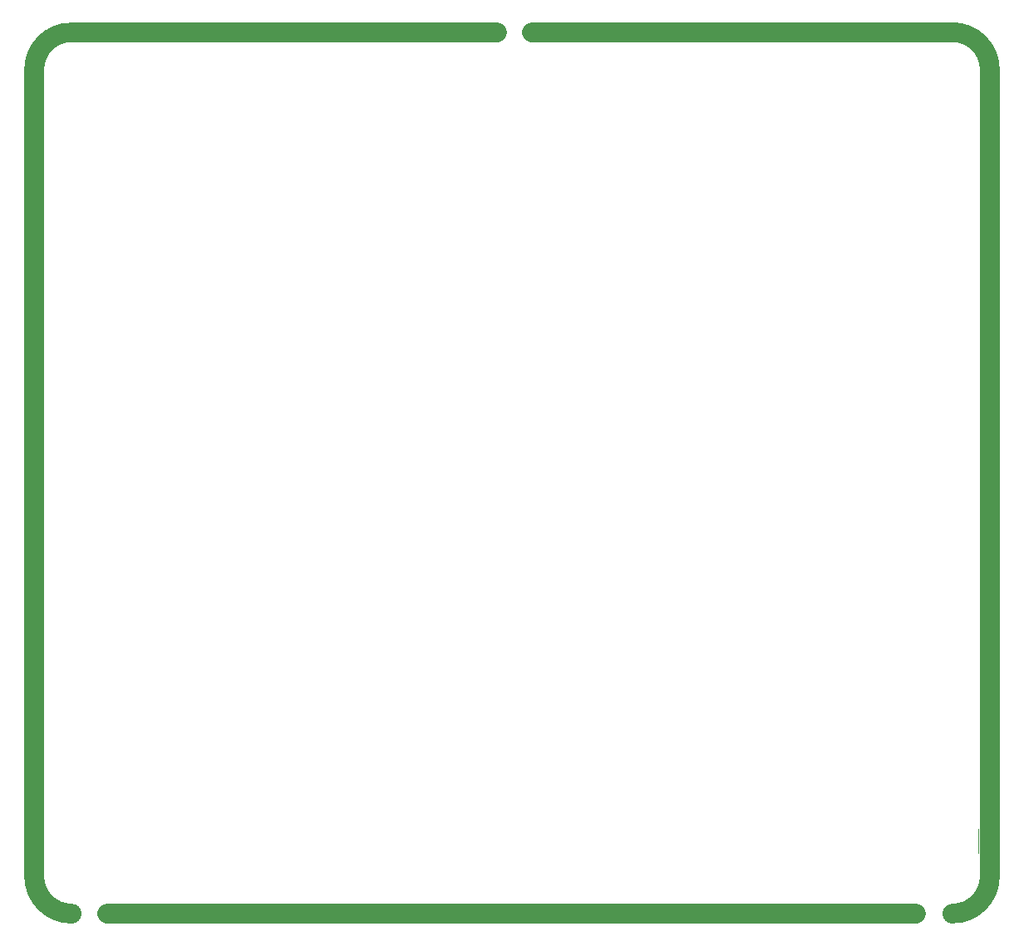
<source format=gbr>
G04 #@! TF.FileFunction,Profile,NP*
%FSLAX46Y46*%
G04 Gerber Fmt 4.6, Leading zero omitted, Abs format (unit mm)*
G04 Created by KiCad (PCBNEW (2015-01-16 BZR 5376)-product) date 24/06/2015 09:06:33*
%MOMM*%
G01*
G04 APERTURE LIST*
%ADD10C,0.100000*%
%ADD11C,2.000000*%
G04 APERTURE END LIST*
D10*
D11*
X134493000Y-43815000D02*
X177546000Y-43815000D01*
X87693500Y-43815000D02*
X131000500Y-43815000D01*
X91249500Y-133667500D02*
X173672500Y-133667500D01*
X181165500Y-47625000D02*
X181165500Y-130048000D01*
X83820000Y-47625000D02*
X83820000Y-129921000D01*
X83820000Y-129857500D02*
G75*
G03X87630000Y-133667500I3810000J0D01*
G01*
X181165500Y-47625000D02*
G75*
G03X177355500Y-43815000I-3810000J0D01*
G01*
X177355500Y-133667500D02*
G75*
G03X181165500Y-129857500I0J3810000D01*
G01*
X87630000Y-43815000D02*
G75*
G03X83820000Y-47625000I0J-3810000D01*
G01*
D10*
X180000000Y-125000000D02*
X180000000Y-127500000D01*
M02*

</source>
